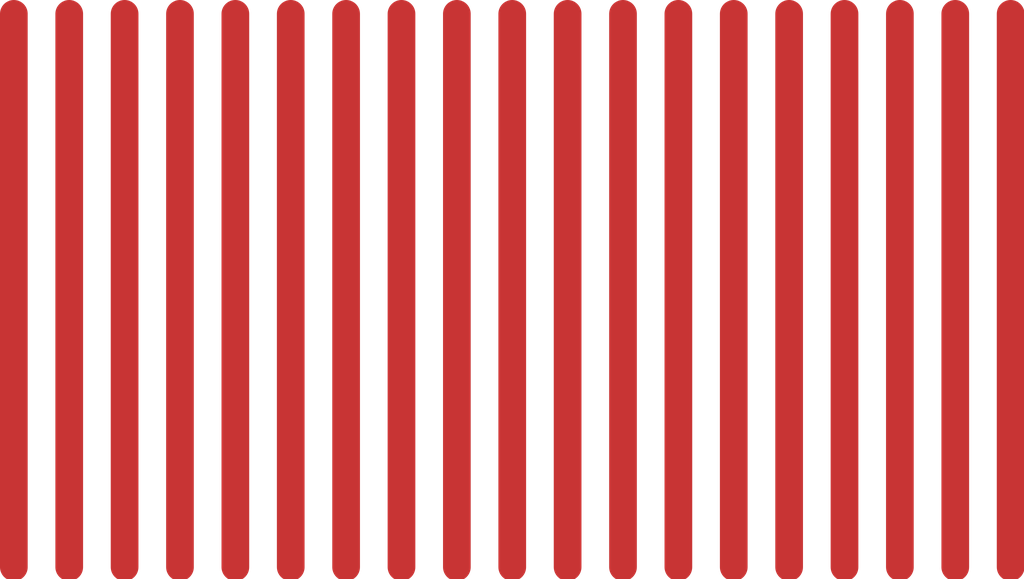
<source format=kicad_pcb>
(kicad_pcb (version 20221018) (generator pcbnew)

  (general
    (thickness 1.6)
  )

  (paper "A4")
  (layers
    (0 "F.Cu" signal)
    (31 "B.Cu" signal)
    (32 "B.Adhes" user "B.Adhesive")
    (33 "F.Adhes" user "F.Adhesive")
    (34 "B.Paste" user)
    (35 "F.Paste" user)
    (36 "B.SilkS" user "B.Silkscreen")
    (37 "F.SilkS" user "F.Silkscreen")
    (38 "B.Mask" user)
    (39 "F.Mask" user)
    (40 "Dwgs.User" user "User.Drawings")
    (41 "Cmts.User" user "User.Comments")
    (42 "Eco1.User" user "User.Eco1")
    (43 "Eco2.User" user "User.Eco2")
    (44 "Edge.Cuts" user)
    (45 "Margin" user)
    (46 "B.CrtYd" user "B.Courtyard")
    (47 "F.CrtYd" user "F.Courtyard")
    (48 "B.Fab" user)
    (49 "F.Fab" user)
    (50 "User.1" user)
    (51 "User.2" user)
    (52 "User.3" user)
    (53 "User.4" user)
    (54 "User.5" user)
    (55 "User.6" user)
    (56 "User.7" user)
    (57 "User.8" user)
    (58 "User.9" user)
  )

  (setup
    (pad_to_mask_clearance 0)
    (pcbplotparams
      (layerselection 0x00010fc_ffffffff)
      (plot_on_all_layers_selection 0x0000000_00000000)
      (disableapertmacros false)
      (usegerberextensions false)
      (usegerberattributes true)
      (usegerberadvancedattributes true)
      (creategerberjobfile true)
      (dashed_line_dash_ratio 12.000000)
      (dashed_line_gap_ratio 3.000000)
      (svgprecision 4)
      (plotframeref false)
      (viasonmask false)
      (mode 1)
      (useauxorigin false)
      (hpglpennumber 1)
      (hpglpenspeed 20)
      (hpglpendiameter 15.000000)
      (dxfpolygonmode true)
      (dxfimperialunits true)
      (dxfusepcbnewfont true)
      (psnegative false)
      (psa4output false)
      (plotreference true)
      (plotvalue true)
      (plotinvisibletext false)
      (sketchpadsonfab false)
      (subtractmaskfromsilk false)
      (outputformat 1)
      (mirror false)
      (drillshape 1)
      (scaleselection 1)
      (outputdirectory "")
    )
  )

  (net 0 "")

  (segment (start 5 -5) (end 5 0) (width 0.25) (layer "F.Cu") (net 0) (tstamp 0ff9683d-c910-4f40-b271-12655872e55a))
  (segment (start 5.5 -5) (end 5.5 0) (width 0.25) (layer "F.Cu") (net 0) (tstamp 13a0d6ff-69fc-459f-ba43-73e8c884704d))
  (segment (start 4.5 -5) (end 4.5 0) (width 0.25) (layer "F.Cu") (net 0) (tstamp 150c0eab-34d8-4c1f-9b0c-659f7c3139b9))
  (segment (start 8 -5) (end 8 0) (width 0.25) (layer "F.Cu") (net 0) (tstamp 38cdd5d4-d5ca-48ef-876c-fc7a85f00f7f))
  (segment (start 9.5 0) (end 9.5 -5) (width 0.25) (layer "F.Cu") (net 0) (tstamp 3a7c37df-ef1e-442d-bc54-f5896c4f2616))
  (segment (start 9 -5) (end 9 0) (width 0.25) (layer "F.Cu") (net 0) (tstamp 4b1a44eb-31bc-4763-b401-d928757ba0b9))
  (segment (start 2 -5) (end 2 0) (width 0.25) (layer "F.Cu") (net 0) (tstamp 560d2b21-e935-4154-bfc1-9ed8b883788b))
  (segment (start 2.5 -5) (end 2.5 0) (width 0.25) (layer "F.Cu") (net 0) (tstamp 5b8ab6fe-98c3-4fe8-a042-4498e8711532))
  (segment (start 1 -5) (end 1 0) (width 0.25) (layer "F.Cu") (net 0) (tstamp 8b0659d0-2de6-4e3b-af7a-c0c6a477c476))
  (segment (start 0.5 -5) (end 0.5 0) (width 0.25) (layer "F.Cu") (net 0) (tstamp 982f03e7-1064-44ac-bcb5-f5ab676378d5))
  (segment (start 6 -5) (end 6 0) (width 0.25) (layer "F.Cu") (net 0) (tstamp a41f353f-9970-4d8d-bb51-1a9d97622113))
  (segment (start 4 -5) (end 4 0) (width 0.25) (layer "F.Cu") (net 0) (tstamp a999e5c4-b8c0-420c-bf5f-d0da6ec754c1))
  (segment (start 1.5 -5) (end 1.5 0) (width 0.25) (layer "F.Cu") (net 0) (tstamp ad7058b8-e741-483f-9680-ef74bb6d425d))
  (segment (start 6.5 0) (end 6.5 -5) (width 0.25) (layer "F.Cu") (net 0) (tstamp b5654290-e1bb-42eb-83db-f2e6e0438542))
  (segment (start 7 -5) (end 7 0) (width 0.25) (layer "F.Cu") (net 0) (tstamp baa5a1bc-dc1d-417d-a43f-9993cb04c5e3))
  (segment (start 3 -5) (end 3 0) (width 0.25) (layer "F.Cu") (net 0) (tstamp cd402d98-711e-467d-bb9f-4c37197ef155))
  (segment (start 8.5 0) (end 8.5 -5) (width 0.25) (layer "F.Cu") (net 0) (tstamp e1927199-4a9e-47cd-9e2f-3f2e15412443))
  (segment (start 3.5 -5) (end 3.5 0) (width 0.25) (layer "F.Cu") (net 0) (tstamp f1239259-f8bb-4bdb-a2bc-32c81f428bc9))
  (segment (start 7.5 0) (end 7.5 -5) (width 0.25) (layer "F.Cu") (net 0) (tstamp f17b7541-6a61-40bc-ab2f-a284ebbeb08c))

)

</source>
